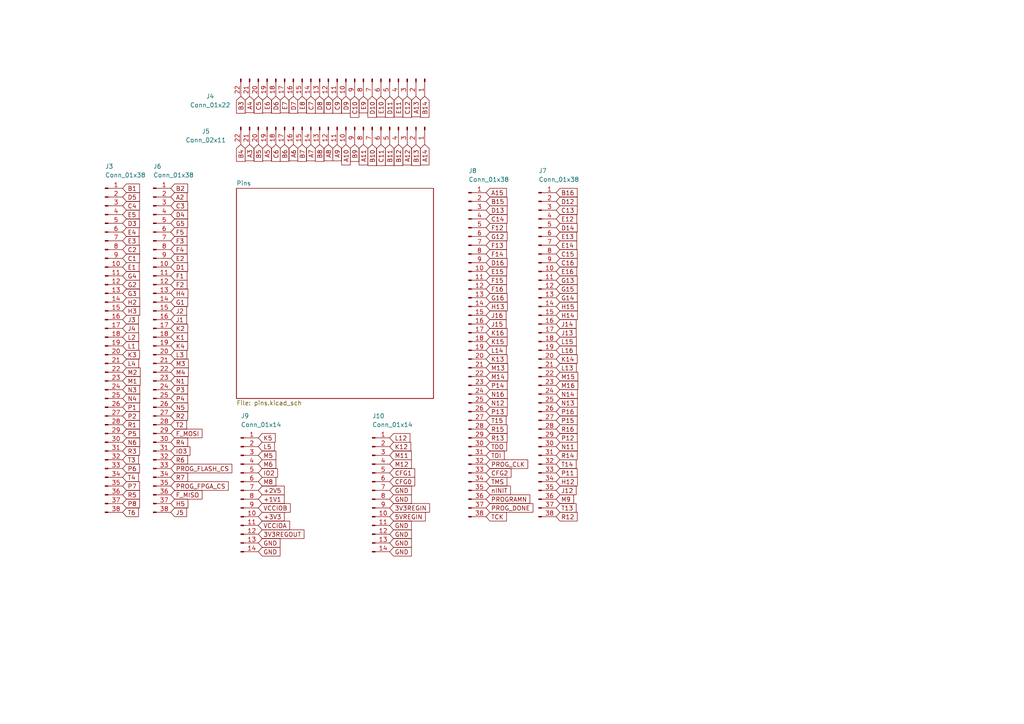
<source format=kicad_sch>
(kicad_sch (version 20230121) (generator eeschema)
  (paper "A4")
  (lib_symbols
    (symbol "Connector:Conn_01x14_Pin" (pin_names (offset 1.016) hide)
      (property "Reference" "J" (at 0 17.78 0))
      (property "Value" "Conn_01x14_Pin" (at 0 -20.32 0))
      (symbol "Conn_01x14_Pin_1_1"
        (polyline (pts (xy 1.27 -17.78) (xy 0.8636 -17.78)) (stroke (width 0.1524)))
        (polyline (pts (xy 1.27 -15.24) (xy 0.8636 -15.24)) (stroke (width 0.1524)))
        (polyline (pts (xy 1.27 -12.7) (xy 0.8636 -12.7)) (stroke (width 0.1524)))
        (polyline (pts (xy 1.27 -10.16) (xy 0.8636 -10.16)) (stroke (width 0.1524)))
        (polyline (pts (xy 1.27 -7.62) (xy 0.8636 -7.62)) (stroke (width 0.1524)))
        (polyline (pts (xy 1.27 -5.08) (xy 0.8636 -5.08)) (stroke (width 0.1524)))
        (polyline (pts (xy 1.27 -2.54) (xy 0.8636 -2.54)) (stroke (width 0.1524)))
        (polyline (pts (xy 1.27 0) (xy 0.8636 0)) (stroke (width 0.1524)))
        (polyline (pts (xy 1.27 2.54) (xy 0.8636 2.54)) (stroke (width 0.1524)))
        (polyline (pts (xy 1.27 5.08) (xy 0.8636 5.08)) (stroke (width 0.1524)))
        (polyline (pts (xy 1.27 7.62) (xy 0.8636 7.62)) (stroke (width 0.1524)))
        (polyline (pts (xy 1.27 10.16) (xy 0.8636 10.16)) (stroke (width 0.1524)))
        (polyline (pts (xy 1.27 12.7) (xy 0.8636 12.7)) (stroke (width 0.1524)))
        (polyline (pts (xy 1.27 15.24) (xy 0.8636 15.24)) (stroke (width 0.1524)))
        (rectangle (start 0.8636 -17.653) (end 0 -17.907) (stroke (width 0.1524)) (fill (type outline)))
        (rectangle (start 0.8636 -15.113) (end 0 -15.367) (stroke (width 0.1524)) (fill (type outline)))
        (rectangle (start 0.8636 -12.573) (end 0 -12.827) (stroke (width 0.1524)) (fill (type outline)))
        (rectangle (start 0.8636 -10.033) (end 0 -10.287) (stroke (width 0.1524)) (fill (type outline)))
        (rectangle (start 0.8636 -7.493) (end 0 -7.747) (stroke (width 0.1524)) (fill (type outline)))
        (rectangle (start 0.8636 -4.953) (end 0 -5.207) (stroke (width 0.1524)) (fill (type outline)))
        (rectangle (start 0.8636 -2.413) (end 0 -2.667) (stroke (width 0.1524)) (fill (type outline)))
        (rectangle (start 0.8636 0.127) (end 0 -0.127) (stroke (width 0.1524)) (fill (type outline)))
        (rectangle (start 0.8636 2.667) (end 0 2.413) (stroke (width 0.1524)) (fill (type outline)))
        (rectangle (start 0.8636 5.207) (end 0 4.953) (stroke (width 0.1524)) (fill (type outline)))
        (rectangle (start 0.8636 7.747) (end 0 7.493) (stroke (width 0.1524)) (fill (type outline)))
        (rectangle (start 0.8636 10.287) (end 0 10.033) (stroke (width 0.1524)) (fill (type outline)))
        (rectangle (start 0.8636 12.827) (end 0 12.573) (stroke (width 0.1524)) (fill (type outline)))
        (rectangle (start 0.8636 15.367) (end 0 15.113) (stroke (width 0.1524)) (fill (type outline)))
        (pin passive line (at 5.08 15.24 180) (length 3.81) (name "Pin_1") (number "1"))
        (pin passive line (at 5.08 -7.62 180) (length 3.81) (name "Pin_10") (number "10"))
        (pin passive line (at 5.08 -10.16 180) (length 3.81) (name "Pin_11") (number "11"))
        (pin passive line (at 5.08 -12.7 180) (length 3.81) (name "Pin_12") (number "12"))
        (pin passive line (at 5.08 -15.24 180) (length 3.81) (name "Pin_13") (number "13"))
        (pin passive line (at 5.08 -17.78 180) (length 3.81) (name "Pin_14") (number "14"))
        (pin passive line (at 5.08 12.7 180) (length 3.81) (name "Pin_2") (number "2"))
        (pin passive line (at 5.08 10.16 180) (length 3.81) (name "Pin_3") (number "3"))
        (pin passive line (at 5.08 7.62 180) (length 3.81) (name "Pin_4") (number "4"))
        (pin passive line (at 5.08 5.08 180) (length 3.81) (name "Pin_5") (number "5"))
        (pin passive line (at 5.08 2.54 180) (length 3.81) (name "Pin_6") (number "6"))
        (pin passive line (at 5.08 0 180) (length 3.81) (name "Pin_7") (number "7"))
        (pin passive line (at 5.08 -2.54 180) (length 3.81) (name "Pin_8") (number "8"))
        (pin passive line (at 5.08 -5.08 180) (length 3.81) (name "Pin_9") (number "9"))
      )
    )
    (symbol "Connector:Conn_01x22_Pin" (pin_names (offset 1.016) hide)
      (property "Reference" "J" (at 0 27.94 0))
      (property "Value" "Conn_01x22_Pin" (at 0 -30.48 0))
      (symbol "Conn_01x22_Pin_1_1"
        (polyline (pts (xy 1.27 -27.94) (xy 0.8636 -27.94)) (stroke (width 0.1524)))
        (polyline (pts (xy 1.27 -25.4) (xy 0.8636 -25.4)) (stroke (width 0.1524)))
        (polyline (pts (xy 1.27 -22.86) (xy 0.8636 -22.86)) (stroke (width 0.1524)))
        (polyline (pts (xy 1.27 -20.32) (xy 0.8636 -20.32)) (stroke (width 0.1524)))
        (polyline (pts (xy 1.27 -17.78) (xy 0.8636 -17.78)) (stroke (width 0.1524)))
        (polyline (pts (xy 1.27 -15.24) (xy 0.8636 -15.24)) (stroke (width 0.1524)))
        (polyline (pts (xy 1.27 -12.7) (xy 0.8636 -12.7)) (stroke (width 0.1524)))
        (polyline (pts (xy 1.27 -10.16) (xy 0.8636 -10.16)) (stroke (width 0.1524)))
        (polyline (pts (xy 1.27 -7.62) (xy 0.8636 -7.62)) (stroke (width 0.1524)))
        (polyline (pts (xy 1.27 -5.08) (xy 0.8636 -5.08)) (stroke (width 0.1524)))
        (polyline (pts (xy 1.27 -2.54) (xy 0.8636 -2.54)) (stroke (width 0.1524)))
        (polyline (pts (xy 1.27 0) (xy 0.8636 0)) (stroke (width 0.1524)))
        (polyline (pts (xy 1.27 2.54) (xy 0.8636 2.54)) (stroke (width 0.1524)))
        (polyline (pts (xy 1.27 5.08) (xy 0.8636 5.08)) (stroke (width 0.1524)))
        (polyline (pts (xy 1.27 7.62) (xy 0.8636 7.62)) (stroke (width 0.1524)))
        (polyline (pts (xy 1.27 10.16) (xy 0.8636 10.16)) (stroke (width 0.1524)))
        (polyline (pts (xy 1.27 12.7) (xy 0.8636 12.7)) (stroke (width 0.1524)))
        (polyline (pts (xy 1.27 15.24) (xy 0.8636 15.24)) (stroke (width 0.1524)))
        (polyline (pts (xy 1.27 17.78) (xy 0.8636 17.78)) (stroke (width 0.1524)))
        (polyline (pts (xy 1.27 20.32) (xy 0.8636 20.32)) (stroke (width 0.1524)))
        (polyline (pts (xy 1.27 22.86) (xy 0.8636 22.86)) (stroke (width 0.1524)))
        (polyline (pts (xy 1.27 25.4) (xy 0.8636 25.4)) (stroke (width 0.1524)))
        (rectangle (start 0.8636 -27.813) (end 0 -28.067) (stroke (width 0.1524)) (fill (type outline)))
        (rectangle (start 0.8636 -25.273) (end 0 -25.527) (stroke (width 0.1524)) (fill (type outline)))
        (rectangle (start 0.8636 -22.733) (end 0 -22.987) (stroke (width 0.1524)) (fill (type outline)))
        (rectangle (start 0.8636 -20.193) (end 0 -20.447) (stroke (width 0.1524)) (fill (type outline)))
        (rectangle (start 0.8636 -17.653) (end 0 -17.907) (stroke (width 0.1524)) (fill (type outline)))
        (rectangle (start 0.8636 -15.113) (end 0 -15.367) (stroke (width 0.1524)) (fill (type outline)))
        (rectangle (start 0.8636 -12.573) (end 0 -12.827) (stroke (width 0.1524)) (fill (type outline)))
        (rectangle (start 0.8636 -10.033) (end 0 -10.287) (stroke (width 0.1524)) (fill (type outline)))
        (rectangle (start 0.8636 -7.493) (end 0 -7.747) (stroke (width 0.1524)) (fill (type outline)))
        (rectangle (start 0.8636 -4.953) (end 0 -5.207) (stroke (width 0.1524)) (fill (type outline)))
        (rectangle (start 0.8636 -2.413) (end 0 -2.667) (stroke (width 0.1524)) (fill (type outline)))
        (rectangle (start 0.8636 0.127) (end 0 -0.127) (stroke (width 0.1524)) (fill (type outline)))
        (rectangle (start 0.8636 2.667) (end 0 2.413) (stroke (width 0.1524)) (fill (type outline)))
        (rectangle (start 0.8636 5.207) (end 0 4.953) (stroke (width 0.1524)) (fill (type outline)))
        (rectangle (start 0.8636 7.747) (end 0 7.493) (stroke (width 0.1524)) (fill (type outline)))
        (rectangle (start 0.8636 10.287) (end 0 10.033) (stroke (width 0.1524)) (fill (type outline)))
        (rectangle (start 0.8636 12.827) (end 0 12.573) (stroke (width 0.1524)) (fill (type outline)))
        (rectangle (start 0.8636 15.367) (end 0 15.113) (stroke (width 0.1524)) (fill (type outline)))
        (rectangle (start 0.8636 17.907) (end 0 17.653) (stroke (width 0.1524)) (fill (type outline)))
        (rectangle (start 0.8636 20.447) (end 0 20.193) (stroke (width 0.1524)) (fill (type outline)))
        (rectangle (start 0.8636 22.987) (end 0 22.733) (stroke (width 0.1524)) (fill (type outline)))
        (rectangle (start 0.8636 25.527) (end 0 25.273) (stroke (width 0.1524)) (fill (type outline)))
        (pin passive line (at 5.08 25.4 180) (length 3.81) (name "Pin_1") (number "1"))
        (pin passive line (at 5.08 2.54 180) (length 3.81) (name "Pin_10") (number "10"))
        (pin passive line (at 5.08 0 180) (length 3.81) (name "Pin_11") (number "11"))
        (pin passive line (at 5.08 -2.54 180) (length 3.81) (name "Pin_12") (number "12"))
        (pin passive line (at 5.08 -5.08 180) (length 3.81) (name "Pin_13") (number "13"))
        (pin passive line (at 5.08 -7.62 180) (length 3.81) (name "Pin_14") (number "14"))
        (pin passive line (at 5.08 -10.16 180) (length 3.81) (name "Pin_15") (number "15"))
        (pin passive line (at 5.08 -12.7 180) (length 3.81) (name "Pin_16") (number "16"))
        (pin passive line (at 5.08 -15.24 180) (length 3.81) (name "Pin_17") (number "17"))
        (pin passive line (at 5.08 -17.78 180) (length 3.81) (name "Pin_18") (number "18"))
        (pin passive line (at 5.08 -20.32 180) (length 3.81) (name "Pin_19") (number "19"))
        (pin passive line (at 5.08 22.86 180) (length 3.81) (name "Pin_2") (number "2"))
        (pin passive line (at 5.08 -22.86 180) (length 3.81) (name "Pin_20") (number "20"))
        (pin passive line (at 5.08 -25.4 180) (length 3.81) (name "Pin_21") (number "21"))
        (pin passive line (at 5.08 -27.94 180) (length 3.81) (name "Pin_22") (number "22"))
        (pin passive line (at 5.08 20.32 180) (length 3.81) (name "Pin_3") (number "3"))
        (pin passive line (at 5.08 17.78 180) (length 3.81) (name "Pin_4") (number "4"))
        (pin passive line (at 5.08 15.24 180) (length 3.81) (name "Pin_5") (number "5"))
        (pin passive line (at 5.08 12.7 180) (length 3.81) (name "Pin_6") (number "6"))
        (pin passive line (at 5.08 10.16 180) (length 3.81) (name "Pin_7") (number "7"))
        (pin passive line (at 5.08 7.62 180) (length 3.81) (name "Pin_8") (number "8"))
        (pin passive line (at 5.08 5.08 180) (length 3.81) (name "Pin_9") (number "9"))
      )
    )
    (symbol "Connector:Conn_01x38_Pin" (pin_names (offset 1.016) hide)
      (property "Reference" "J" (at 0 48.26 0))
      (property "Value" "Conn_01x38_Pin" (at 0 -50.8 0))
      (symbol "Conn_01x38_Pin_1_1"
        (polyline (pts (xy 1.27 -48.26) (xy 0.8636 -48.26)) (stroke (width 0.1524)))
        (polyline (pts (xy 1.27 -45.72) (xy 0.8636 -45.72)) (stroke (width 0.1524)))
        (polyline (pts (xy 1.27 -43.18) (xy 0.8636 -43.18)) (stroke (width 0.1524)))
        (polyline (pts (xy 1.27 -40.64) (xy 0.8636 -40.64)) (stroke (width 0.1524)))
        (polyline (pts (xy 1.27 -38.1) (xy 0.8636 -38.1)) (stroke (width 0.1524)))
        (polyline (pts (xy 1.27 -35.56) (xy 0.8636 -35.56)) (stroke (width 0.1524)))
        (polyline (pts (xy 1.27 -33.02) (xy 0.8636 -33.02)) (stroke (width 0.1524)))
        (polyline (pts (xy 1.27 -30.48) (xy 0.8636 -30.48)) (stroke (width 0.1524)))
        (polyline (pts (xy 1.27 -27.94) (xy 0.8636 -27.94)) (stroke (width 0.1524)))
        (polyline (pts (xy 1.27 -25.4) (xy 0.8636 -25.4)) (stroke (width 0.1524)))
        (polyline (pts (xy 1.27 -22.86) (xy 0.8636 -22.86)) (stroke (width 0.1524)))
        (polyline (pts (xy 1.27 -20.32) (xy 0.8636 -20.32)) (stroke (width 0.1524)))
        (polyline (pts (xy 1.27 -17.78) (xy 0.8636 -17.78)) (stroke (width 0.1524)))
        (polyline (pts (xy 1.27 -15.24) (xy 0.8636 -15.24)) (stroke (width 0.1524)))
        (polyline (pts (xy 1.27 -12.7) (xy 0.8636 -12.7)) (stroke (width 0.1524)))
        (polyline (pts (xy 1.27 -10.16) (xy 0.8636 -10.16)) (stroke (width 0.1524)))
        (polyline (pts (xy 1.27 -7.62) (xy 0.8636 -7.62)) (stroke (width 0.1524)))
        (polyline (pts (xy 1.27 -5.08) (xy 0.8636 -5.08)) (stroke (width 0.1524)))
        (polyline (pts (xy 1.27 -2.54) (xy 0.8636 -2.54)) (stroke (width 0.1524)))
        (polyline (pts (xy 1.27 0) (xy 0.8636 0)) (stroke (width 0.1524)))
        (polyline (pts (xy 1.27 2.54) (xy 0.8636 2.54)) (stroke (width 0.1524)))
        (polyline (pts (xy 1.27 5.08) (xy 0.8636 5.08)) (stroke (width 0.1524)))
        (polyline (pts (xy 1.27 7.62) (xy 0.8636 7.62)) (stroke (width 0.1524)))
        (polyline (pts (xy 1.27 10.16) (xy 0.8636 10.16)) (stroke (width 0.1524)))
        (polyline (pts (xy 1.27 12.7) (xy 0.8636 12.7)) (stroke (width 0.1524)))
        (polyline (pts (xy 1.27 15.24) (xy 0.8636 15.24)) (stroke (width 0.1524)))
        (polyline (pts (xy 1.27 17.78) (xy 0.8636 17.78)) (stroke (width 0.1524)))
        (polyline (pts (xy 1.27 20.32) (xy 0.8636 20.32)) (stroke (width 0.1524)))
        (polyline (pts (xy 1.27 22.86) (xy 0.8636 22.86)) (stroke (width 0.1524)))
        (polyline (pts (xy 1.27 25.4) (xy 0.8636 25.4)) (stroke (width 0.1524)))
        (polyline (pts (xy 1.27 27.94) (xy 0.8636 27.94)) (stroke (width 0.1524)))
        (polyline (pts (xy 1.27 30.48) (xy 0.8636 30.48)) (stroke (width 0.1524)))
        (polyline (pts (xy 1.27 33.02) (xy 0.8636 33.02)) (stroke (width 0.1524)))
        (polyline (pts (xy 1.27 35.56) (xy 0.8636 35.56)) (stroke (width 0.1524)))
        (polyline (pts (xy 1.27 38.1) (xy 0.8636 38.1)) (stroke (width 0.1524)))
        (polyline (pts (xy 1.27 40.64) (xy 0.8636 40.64)) (stroke (width 0.1524)))
        (polyline (pts (xy 1.27 43.18) (xy 0.8636 43.18)) (stroke (width 0.1524)))
        (polyline (pts (xy 1.27 45.72) (xy 0.8636 45.72)) (stroke (width 0.1524)))
        (rectangle (start 0.8636 -48.133) (end 0 -48.387) (stroke (width 0.1524)) (fill (type outline)))
        (rectangle (start 0.8636 -45.593) (end 0 -45.847) (stroke (width 0.1524)) (fill (type outline)))
        (rectangle (start 0.8636 -43.053) (end 0 -43.307) (stroke (width 0.1524)) (fill (type outline)))
        (rectangle (start 0.8636 -40.513) (end 0 -40.767) (stroke (width 0.1524)) (fill (type outline)))
        (rectangle (start 0.8636 -37.973) (end 0 -38.227) (stroke (width 0.1524)) (fill (type outline)))
        (rectangle (start 0.8636 -35.433) (end 0 -35.687) (stroke (width 0.1524)) (fill (type outline)))
        (rectangle (start 0.8636 -32.893) (end 0 -33.147) (stroke (width 0.1524)) (fill (type outline)))
        (rectangle (start 0.8636 -30.353) (end 0 -30.607) (stroke (width 0.1524)) (fill (type outline)))
        (rectangle (start 0.8636 -27.813) (end 0 -28.067) (stroke (width 0.1524)) (fill (type outline)))
        (rectangle (start 0.8636 -25.273) (end 0 -25.527) (stroke (width 0.1524)) (fill (type outline)))
        (rectangle (start 0.8636 -22.733) (end 0 -22.987) (stroke (width 0.1524)) (fill (type outline)))
        (rectangle (start 0.8636 -20.193) (end 0 -20.447) (stroke (width 0.1524)) (fill (type outline)))
        (rectangle (start 0.8636 -17.653) (end 0 -17.907) (stroke (width 0.1524)) (fill (type outline)))
        (rectangle (start 0.8636 -15.113) (end 0 -15.367) (stroke (width 0.1524)) (fill (type outline)))
        (rectangle (start 0.8636 -12.573) (end 0 -12.827) (stroke (width 0.1524)) (fill (type outline)))
        (rectangle (start 0.8636 -10.033) (end 0 -10.287) (stroke (width 0.1524)) (fill (type outline)))
        (rectangle (start 0.8636 -7.493) (end 0 -7.747) (stroke (width 0.1524)) (fill (type outline)))
        (rectangle (start 0.8636 -4.953) (end 0 -5.207) (stroke (width 0.1524)) (fill (type outline)))
        (rectangle (start 0.8636 -2.413) (end 0 -2.667) (stroke (width 0.1524)) (fill (type outline)))
        (rectangle (start 0.8636 0.127) (end 0 -0.127) (stroke (width 0.1524)) (fill (type outline)))
        (rectangle (start 0.8636 2.667) (end 0 2.413) (stroke (width 0.1524)) (fill (type outline)))
        (rectangle (start 0.8636 5.207) (end 0 4.953) (stroke (width 0.1524)) (fill (type outline)))
        (rectangle (start 0.8636 7.747) (end 0 7.493) (stroke (width 0.1524)) (fill (type outline)))
        (rectangle (start 0.8636 10.287) (end 0 10.033) (stroke (width 0.1524)) (fill (type outline)))
        (rectangle (start 0.8636 12.827) (end 0 12.573) (stroke (width 0.1524)) (fill (type outline)))
        (rectangle (start 0.8636 15.367) (end 0 15.113) (stroke (width 0.1524)) (fill (type outline)))
        (rectangle (start 0.8636 17.907) (end 0 17.653) (stroke (width 0.1524)) (fill (type outline)))
        (rectangle (start 0.8636 20.447) (end 0 20.193) (stroke (width 0.1524)) (fill (type outline)))
        (rectangle (start 0.8636 22.987) (end 0 22.733) (stroke (width 0.1524)) (fill (type outline)))
        (rectangle (start 0.8636 25.527) (end 0 25.273) (stroke (width 0.1524)) (fill (type outline)))
        (rectangle (start 0.8636 28.067) (end 0 27.813) (stroke (width 0.1524)) (fill (type outline)))
        (rectangle (start 0.8636 30.607) (end 0 30.353) (stroke (width 0.1524)) (fill (type outline)))
        (rectangle (start 0.8636 33.147) (end 0 32.893) (stroke (width 0.1524)) (fill (type outline)))
        (rectangle (start 0.8636 35.687) (end 0 35.433) (stroke (width 0.1524)) (fill (type outline)))
        (rectangle (start 0.8636 38.227) (end 0 37.973) (stroke (width 0.1524)) (fill (type outline)))
        (rectangle (start 0.8636 40.767) (end 0 40.513) (stroke (width 0.1524)) (fill (type outline)))
        (rectangle (start 0.8636 43.307) (end 0 43.053) (stroke (width 0.1524)) (fill (type outline)))
        (rectangle (start 0.8636 45.847) (end 0 45.593) (stroke (width 0.1524)) (fill (type outline)))
        (pin passive line (at 5.08 45.72 180) (length 3.81) (name "Pin_1") (number "1"))
        (pin passive line (at 5.08 22.86 180) (length 3.81) (name "Pin_10") (number "10"))
        (pin passive line (at 5.08 20.32 180) (length 3.81) (name "Pin_11") (number "11"))
        (pin passive line (at 5.08 17.78 180) (length 3.81) (name "Pin_12") (number "12"))
        (pin passive line (at 5.08 15.24 180) (length 3.81) (name "Pin_13") (number "13"))
        (pin passive line (at 5.08 12.7 180) (length 3.81) (name "Pin_14") (number "14"))
        (pin passive line (at 5.08 10.16 180) (length 3.81) (name "Pin_15") (number "15"))
        (pin passive line (at 5.08 7.62 180) (length 3.81) (name "Pin_16") (number "16"))
        (pin passive line (at 5.08 5.08 180) (length 3.81) (name "Pin_17") (number "17"))
        (pin passive line (at 5.08 2.54 180) (length 3.81) (name "Pin_18") (number "18"))
        (pin passive line (at 5.08 0 180) (length 3.81) (name "Pin_19") (number "19"))
        (pin passive line (at 5.08 43.18 180) (length 3.81) (name "Pin_2") (number "2"))
        (pin passive line (at 5.08 -2.54 180) (length 3.81) (name "Pin_20") (number "20"))
        (pin passive line (at 5.08 -5.08 180) (length 3.81) (name "Pin_21") (number "21"))
        (pin passive line (at 5.08 -7.62 180) (length 3.81) (name "Pin_22") (number "22"))
        (pin passive line (at 5.08 -10.16 180) (length 3.81) (name "Pin_23") (number "23"))
        (pin passive line (at 5.08 -12.7 180) (length 3.81) (name "Pin_24") (number "24"))
        (pin passive line (at 5.08 -15.24 180) (length 3.81) (name "Pin_25") (number "25"))
        (pin passive line (at 5.08 -17.78 180) (length 3.81) (name "Pin_26") (number "26"))
        (pin passive line (at 5.08 -20.32 180) (length 3.81) (name "Pin_27") (number "27"))
        (pin passive line (at 5.08 -22.86 180) (length 3.81) (name "Pin_28") (number "28"))
        (pin passive line (at 5.08 -25.4 180) (length 3.81) (name "Pin_29") (number "29"))
        (pin passive line (at 5.08 40.64 180) (length 3.81) (name "Pin_3") (number "3"))
        (pin passive line (at 5.08 -27.94 180) (length 3.81) (name "Pin_30") (number "30"))
        (pin passive line (at 5.08 -30.48 180) (length 3.81) (name "Pin_31") (number "31"))
        (pin passive line (at 5.08 -33.02 180) (length 3.81) (name "Pin_32") (number "32"))
        (pin passive line (at 5.08 -35.56 180) (length 3.81) (name "Pin_33") (number "33"))
        (pin passive line (at 5.08 -38.1 180) (length 3.81) (name "Pin_34") (number "34"))
        (pin passive line (at 5.08 -40.64 180) (length 3.81) (name "Pin_35") (number "35"))
        (pin passive line (at 5.08 -43.18 180) (length 3.81) (name "Pin_36") (number "36"))
        (pin passive line (at 5.08 -45.72 180) (length 3.81) (name "Pin_37") (number "37"))
        (pin passive line (at 5.08 -48.26 180) (length 3.81) (name "Pin_38") (number "38"))
        (pin passive line (at 5.08 38.1 180) (length 3.81) (name "Pin_4") (number "4"))
        (pin passive line (at 5.08 35.56 180) (length 3.81) (name "Pin_5") (number "5"))
        (pin passive line (at 5.08 33.02 180) (length 3.81) (name "Pin_6") (number "6"))
        (pin passive line (at 5.08 30.48 180) (length 3.81) (name "Pin_7") (number "7"))
        (pin passive line (at 5.08 27.94 180) (length 3.81) (name "Pin_8") (number "8"))
        (pin passive line (at 5.08 25.4 180) (length 3.81) (name "Pin_9") (number "9"))
      )
    )
  )
  (global_label "P8" (shape input) (at 35.56 146.05 0) (property "Intersheetrefs" "${INTERSHEET_REFS}" (effects hide)))
  (global_label "B12" (shape input) (at 115.57 41.91 270) (property "Intersheetrefs" "${INTERSHEET_REFS}" (effects hide)))
  (global_label "M14" (shape input) (at 140.97 109.22 0) (property "Intersheetrefs" "${INTERSHEET_REFS}" (effects hide)))
  (global_label "R16" (shape input) (at 161.29 124.46 0) (property "Intersheetrefs" "${INTERSHEET_REFS}" (effects hide)))
  (global_label "TCK" (shape input) (at 140.97 149.86 0) (property "Intersheetrefs" "${INTERSHEET_REFS}" (effects hide)))
  (global_label "E5" (shape input) (at 35.56 62.23 0) (property "Intersheetrefs" "${INTERSHEET_REFS}" (effects hide)))
  (global_label "A6" (shape input) (at 85.09 41.91 270) (property "Intersheetrefs" "${INTERSHEET_REFS}" (effects hide)))
  (global_label "T15" (shape input) (at 140.97 121.92 0) (property "Intersheetrefs" "${INTERSHEET_REFS}" (effects hide)))
  (global_label "P6" (shape input) (at 35.56 135.89 0) (property "Intersheetrefs" "${INTERSHEET_REFS}" (effects hide)))
  (global_label "N11" (shape input) (at 161.29 129.54 0) (property "Intersheetrefs" "${INTERSHEET_REFS}" (effects hide)))
  (global_label "M2" (shape input) (at 35.56 107.95 0) (property "Intersheetrefs" "${INTERSHEET_REFS}" (effects hide)))
  (global_label "J12" (shape input) (at 161.29 142.24 0) (property "Intersheetrefs" "${INTERSHEET_REFS}" (effects hide)))
  (global_label "+1V1" (shape input) (at 74.93 144.78 0) (property "Intersheetrefs" "${INTERSHEET_REFS}" (effects hide)))
  (global_label "L5" (shape input) (at 74.93 129.54 0) (property "Intersheetrefs" "${INTERSHEET_REFS}" (effects hide)))
  (global_label "F1" (shape input) (at 49.53 80.01 0) (property "Intersheetrefs" "${INTERSHEET_REFS}" (effects hide)))
  (global_label "J14" (shape input) (at 161.29 93.98 0) (property "Intersheetrefs" "${INTERSHEET_REFS}" (effects hide)))
  (global_label "F15" (shape input) (at 140.97 81.28 0) (property "Intersheetrefs" "${INTERSHEET_REFS}" (effects hide)))
  (global_label "M5" (shape input) (at 74.93 132.08 0) (property "Intersheetrefs" "${INTERSHEET_REFS}" (effects hide)))
  (global_label "H13" (shape input) (at 140.97 88.9 0) (property "Intersheetrefs" "${INTERSHEET_REFS}" (effects hide)))
  (global_label "P4" (shape input) (at 49.53 115.57 0) (property "Intersheetrefs" "${INTERSHEET_REFS}" (effects hide)))
  (global_label "VCCIOA" (shape input) (at 74.93 152.4 0) (property "Intersheetrefs" "${INTERSHEET_REFS}" (effects hide)))
  (global_label "A15" (shape input) (at 140.97 55.88 0) (property "Intersheetrefs" "${INTERSHEET_REFS}" (effects hide)))
  (global_label "L4" (shape input) (at 35.56 105.41 0) (property "Intersheetrefs" "${INTERSHEET_REFS}" (effects hide)))
  (global_label "D10" (shape input) (at 107.95 27.94 270) (property "Intersheetrefs" "${INTERSHEET_REFS}" (effects hide)))
  (global_label "P16" (shape input) (at 161.29 119.38 0) (property "Intersheetrefs" "${INTERSHEET_REFS}" (effects hide)))
  (global_label "N4" (shape input) (at 35.56 115.57 0) (property "Intersheetrefs" "${INTERSHEET_REFS}" (effects hide)))
  (global_label "GND" (shape input) (at 113.03 154.94 0) (property "Intersheetrefs" "${INTERSHEET_REFS}" (effects hide)))
  (global_label "J1" (shape input) (at 49.53 92.71 0) (property "Intersheetrefs" "${INTERSHEET_REFS}" (effects hide)))
  (global_label "VCCIOB" (shape input) (at 74.93 147.32 0) (property "Intersheetrefs" "${INTERSHEET_REFS}" (effects hide)))
  (global_label "G1" (shape input) (at 49.53 87.63 0) (property "Intersheetrefs" "${INTERSHEET_REFS}" (effects hide)))
  (global_label "A7" (shape input) (at 90.17 41.91 270) (property "Intersheetrefs" "${INTERSHEET_REFS}" (effects hide)))
  (global_label "C5" (shape input) (at 74.93 27.94 270) (property "Intersheetrefs" "${INTERSHEET_REFS}" (effects hide)))
  (global_label "D11" (shape input) (at 113.03 27.94 270) (property "Intersheetrefs" "${INTERSHEET_REFS}" (effects hide)))
  (global_label "G14" (shape input) (at 161.29 86.36 0) (property "Intersheetrefs" "${INTERSHEET_REFS}" (effects hide)))
  (global_label "D3" (shape input) (at 35.56 64.77 0) (property "Intersheetrefs" "${INTERSHEET_REFS}" (effects hide)))
  (global_label "B15" (shape input) (at 140.97 58.42 0) (property "Intersheetrefs" "${INTERSHEET_REFS}" (effects hide)))
  (global_label "H4" (shape input) (at 49.53 85.09 0) (property "Intersheetrefs" "${INTERSHEET_REFS}" (effects hide)))
  (global_label "L13" (shape input) (at 161.29 106.68 0) (property "Intersheetrefs" "${INTERSHEET_REFS}" (effects hide)))
  (global_label "C15" (shape input) (at 161.29 73.66 0) (property "Intersheetrefs" "${INTERSHEET_REFS}" (effects hide)))
  (global_label "K15" (shape input) (at 140.97 99.06 0) (property "Intersheetrefs" "${INTERSHEET_REFS}" (effects hide)))
  (global_label "GND" (shape input) (at 113.03 144.78 0) (property "Intersheetrefs" "${INTERSHEET_REFS}" (effects hide)))
  (global_label "G2" (shape input) (at 35.56 82.55 0) (property "Intersheetrefs" "${INTERSHEET_REFS}" (effects hide)))
  (global_label "E3" (shape input) (at 35.56 69.85 0) (property "Intersheetrefs" "${INTERSHEET_REFS}" (effects hide)))
  (global_label "E8" (shape input) (at 87.63 27.94 270) (property "Intersheetrefs" "${INTERSHEET_REFS}" (effects hide)))
  (global_label "B9" (shape input) (at 102.87 41.91 270) (property "Intersheetrefs" "${INTERSHEET_REFS}" (effects hide)))
  (global_label "C13" (shape input) (at 161.29 60.96 0) (property "Intersheetrefs" "${INTERSHEET_REFS}" (effects hide)))
  (global_label "F14" (shape input) (at 140.97 73.66 0) (property "Intersheetrefs" "${INTERSHEET_REFS}" (effects hide)))
  (global_label "TMS" (shape input) (at 140.97 139.7 0) (property "Intersheetrefs" "${INTERSHEET_REFS}" (effects hide)))
  (global_label "P5" (shape input) (at 35.56 125.73 0) (property "Intersheetrefs" "${INTERSHEET_REFS}" (effects hide)))
  (global_label "PROG_FLASH_CS" (shape input) (at 49.53 135.89 0) (property "Intersheetrefs" "${INTERSHEET_REFS}" (effects hide)))
  (global_label "P2" (shape input) (at 35.56 120.65 0) (property "Intersheetrefs" "${INTERSHEET_REFS}" (effects hide)))
  (global_label "A8" (shape input) (at 95.25 41.91 270) (property "Intersheetrefs" "${INTERSHEET_REFS}" (effects hide)))
  (global_label "E13" (shape input) (at 161.29 68.58 0) (property "Intersheetrefs" "${INTERSHEET_REFS}" (effects hide)))
  (global_label "R4" (shape input) (at 49.53 128.27 0) (property "Intersheetrefs" "${INTERSHEET_REFS}" (effects hide)))
  (global_label "R15" (shape input) (at 140.97 124.46 0) (property "Intersheetrefs" "${INTERSHEET_REFS}" (effects hide)))
  (global_label "PROGRAMN" (shape input) (at 140.97 144.78 0) (property "Intersheetrefs" "${INTERSHEET_REFS}" (effects hide)))
  (global_label "F13" (shape input) (at 140.97 71.12 0) (property "Intersheetrefs" "${INTERSHEET_REFS}" (effects hide)))
  (global_label "C11" (shape input) (at 110.49 41.91 270) (property "Intersheetrefs" "${INTERSHEET_REFS}" (effects hide)))
  (global_label "E4" (shape input) (at 35.56 67.31 0) (property "Intersheetrefs" "${INTERSHEET_REFS}" (effects hide)))
  (global_label "IO3" (shape input) (at 49.53 130.81 0) (property "Intersheetrefs" "${INTERSHEET_REFS}" (effects hide)))
  (global_label "M4" (shape input) (at 49.53 107.95 0) (property "Intersheetrefs" "${INTERSHEET_REFS}" (effects hide)))
  (global_label "E11" (shape input) (at 115.57 27.94 270) (property "Intersheetrefs" "${INTERSHEET_REFS}" (effects hide)))
  (global_label "P11" (shape input) (at 161.29 137.16 0) (property "Intersheetrefs" "${INTERSHEET_REFS}" (effects hide)))
  (global_label "N14" (shape input) (at 161.29 114.3 0) (property "Intersheetrefs" "${INTERSHEET_REFS}" (effects hide)))
  (global_label "M6" (shape input) (at 74.93 134.62 0) (property "Intersheetrefs" "${INTERSHEET_REFS}" (effects hide)))
  (global_label "L1" (shape input) (at 35.56 100.33 0) (property "Intersheetrefs" "${INTERSHEET_REFS}" (effects hide)))
  (global_label "B1" (shape input) (at 35.56 54.61 0) (property "Intersheetrefs" "${INTERSHEET_REFS}" (effects hide)))
  (global_label "GND" (shape input) (at 74.93 160.02 0) (property "Intersheetrefs" "${INTERSHEET_REFS}" (effects hide)))
  (global_label "M9" (shape input) (at 161.29 144.78 0) (property "Intersheetrefs" "${INTERSHEET_REFS}" (effects hide)))
  (global_label "E9" (shape input) (at 105.41 27.94 270) (property "Intersheetrefs" "${INTERSHEET_REFS}" (effects hide)))
  (global_label "B10" (shape input) (at 107.95 41.91 270) (property "Intersheetrefs" "${INTERSHEET_REFS}" (effects hide)))
  (global_label "B4" (shape input) (at 69.85 41.91 270) (property "Intersheetrefs" "${INTERSHEET_REFS}" (effects hide)))
  (global_label "R12" (shape input) (at 161.29 149.86 0) (property "Intersheetrefs" "${INTERSHEET_REFS}" (effects hide)))
  (global_label "T13" (shape input) (at 161.29 147.32 0) (property "Intersheetrefs" "${INTERSHEET_REFS}" (effects hide)))
  (global_label "A9" (shape input) (at 97.79 41.91 270) (property "Intersheetrefs" "${INTERSHEET_REFS}" (effects hide)))
  (global_label "D6" (shape input) (at 80.01 27.94 270) (property "Intersheetrefs" "${INTERSHEET_REFS}" (effects hide)))
  (global_label "nINIT" (shape input) (at 140.97 142.24 0) (property "Intersheetrefs" "${INTERSHEET_REFS}" (effects hide)))
  (global_label "J2" (shape input) (at 49.53 90.17 0) (property "Intersheetrefs" "${INTERSHEET_REFS}" (effects hide)))
  (global_label "C2" (shape input) (at 35.56 72.39 0) (property "Intersheetrefs" "${INTERSHEET_REFS}" (effects hide)))
  (global_label "F_MOSI" (shape input) (at 49.53 125.73 0) (property "Intersheetrefs" "${INTERSHEET_REFS}" (effects hide)))
  (global_label "M8" (shape input) (at 74.93 139.7 0) (property "Intersheetrefs" "${INTERSHEET_REFS}" (effects hide)))
  (global_label "IO2" (shape input) (at 74.93 137.16 0) (property "Intersheetrefs" "${INTERSHEET_REFS}" (effects hide)))
  (global_label "N5" (shape input) (at 49.53 118.11 0) (property "Intersheetrefs" "${INTERSHEET_REFS}" (effects hide)))
  (global_label "B11" (shape input) (at 113.03 41.91 270) (property "Intersheetrefs" "${INTERSHEET_REFS}" (effects hide)))
  (global_label "F16" (shape input) (at 140.97 83.82 0) (property "Intersheetrefs" "${INTERSHEET_REFS}" (effects hide)))
  (global_label "G3" (shape input) (at 35.56 85.09 0) (property "Intersheetrefs" "${INTERSHEET_REFS}" (effects hide)))
  (global_label "N3" (shape input) (at 35.56 113.03 0) (property "Intersheetrefs" "${INTERSHEET_REFS}" (effects hide)))
  (global_label "T14" (shape input) (at 161.29 134.62 0) (property "Intersheetrefs" "${INTERSHEET_REFS}" (effects hide)))
  (global_label "D14" (shape input) (at 161.29 66.04 0) (property "Intersheetrefs" "${INTERSHEET_REFS}" (effects hide)))
  (global_label "E7" (shape input) (at 82.55 27.94 270) (property "Intersheetrefs" "${INTERSHEET_REFS}" (effects hide)))
  (global_label "GND" (shape input) (at 74.93 157.48 0) (property "Intersheetrefs" "${INTERSHEET_REFS}" (effects hide)))
  (global_label "G13" (shape input) (at 161.29 81.28 0) (property "Intersheetrefs" "${INTERSHEET_REFS}" (effects hide)))
  (global_label "C3" (shape input) (at 49.53 59.69 0) (property "Intersheetrefs" "${INTERSHEET_REFS}" (effects hide)))
  (global_label "E6" (shape input) (at 77.47 27.94 270) (property "Intersheetrefs" "${INTERSHEET_REFS}" (effects hide)))
  (global_label "F3" (shape input) (at 49.53 69.85 0) (property "Intersheetrefs" "${INTERSHEET_REFS}" (effects hide)))
  (global_label "R5" (shape input) (at 35.56 143.51 0) (property "Intersheetrefs" "${INTERSHEET_REFS}" (effects hide)))
  (global_label "J4" (shape input) (at 35.56 95.25 0) (property "Intersheetrefs" "${INTERSHEET_REFS}" (effects hide)))
  (global_label "CFG0" (shape input) (at 113.03 139.7 0) (property "Intersheetrefs" "${INTERSHEET_REFS}" (effects hide)))
  (global_label "M16" (shape input) (at 161.29 111.76 0) (property "Intersheetrefs" "${INTERSHEET_REFS}" (effects hide)))
  (global_label "L2" (shape input) (at 35.56 97.79 0) (property "Intersheetrefs" "${INTERSHEET_REFS}" (effects hide)))
  (global_label "3V3REGIN" (shape input) (at 113.03 147.32 0) (property "Intersheetrefs" "${INTERSHEET_REFS}" (effects hide)))
  (global_label "CFG2" (shape input) (at 140.97 137.16 0) (property "Intersheetrefs" "${INTERSHEET_REFS}" (effects hide)))
  (global_label "C7" (shape input) (at 90.17 27.94 270) (property "Intersheetrefs" "${INTERSHEET_REFS}" (effects hide)))
  (global_label "G4" (shape input) (at 35.56 80.01 0) (property "Intersheetrefs" "${INTERSHEET_REFS}" (effects hide)))
  (global_label "E10" (shape input) (at 110.49 27.94 270) (property "Intersheetrefs" "${INTERSHEET_REFS}" (effects hide)))
  (global_label "K12" (shape input) (at 113.03 129.54 0) (property "Intersheetrefs" "${INTERSHEET_REFS}" (effects hide)))
  (global_label "A11" (shape input) (at 105.41 41.91 270) (property "Intersheetrefs" "${INTERSHEET_REFS}" (effects hide)))
  (global_label "C14" (shape input) (at 140.97 63.5 0) (property "Intersheetrefs" "${INTERSHEET_REFS}" (effects hide)))
  (global_label "P15" (shape input) (at 161.29 121.92 0) (property "Intersheetrefs" "${INTERSHEET_REFS}" (effects hide)))
  (global_label "E1" (shape input) (at 35.56 77.47 0) (property "Intersheetrefs" "${INTERSHEET_REFS}" (effects hide)))
  (global_label "F2" (shape input) (at 49.53 82.55 0) (property "Intersheetrefs" "${INTERSHEET_REFS}" (effects hide)))
  (global_label "A2" (shape input) (at 49.53 57.15 0) (property "Intersheetrefs" "${INTERSHEET_REFS}" (effects hide)))
  (global_label "H15" (shape input) (at 161.29 88.9 0) (property "Intersheetrefs" "${INTERSHEET_REFS}" (effects hide)))
  (global_label "L14" (shape input) (at 140.97 101.6 0) (property "Intersheetrefs" "${INTERSHEET_REFS}" (effects hide)))
  (global_label "T3" (shape input) (at 35.56 133.35 0) (property "Intersheetrefs" "${INTERSHEET_REFS}" (effects hide)))
  (global_label "E12" (shape input) (at 161.29 63.5 0) (property "Intersheetrefs" "${INTERSHEET_REFS}" (effects hide)))
  (global_label "H12" (shape input) (at 161.29 139.7 0) (property "Intersheetrefs" "${INTERSHEET_REFS}" (effects hide)))
  (global_label "J13" (shape input) (at 161.29 96.52 0) (property "Intersheetrefs" "${INTERSHEET_REFS}" (effects hide)))
  (global_label "PROG_CLK" (shape input) (at 140.97 134.62 0) (property "Intersheetrefs" "${INTERSHEET_REFS}" (effects hide)))
  (global_label "P13" (shape input) (at 140.97 119.38 0) (property "Intersheetrefs" "${INTERSHEET_REFS}" (effects hide)))
  (global_label "K13" (shape input) (at 140.97 104.14 0) (property "Intersheetrefs" "${INTERSHEET_REFS}" (effects hide)))
  (global_label "+2V5" (shape input) (at 74.93 142.24 0) (property "Intersheetrefs" "${INTERSHEET_REFS}" (effects hide)))
  (global_label "P12" (shape input) (at 161.29 127 0) (property "Intersheetrefs" "${INTERSHEET_REFS}" (effects hide)))
  (global_label "TDO" (shape input) (at 140.97 129.54 0) (property "Intersheetrefs" "${INTERSHEET_REFS}" (effects hide)))
  (global_label "R3" (shape input) (at 35.56 130.81 0) (property "Intersheetrefs" "${INTERSHEET_REFS}" (effects hide)))
  (global_label "F12" (shape input) (at 140.97 66.04 0) (property "Intersheetrefs" "${INTERSHEET_REFS}" (effects hide)))
  (global_label "C1" (shape input) (at 35.56 74.93 0) (property "Intersheetrefs" "${INTERSHEET_REFS}" (effects hide)))
  (global_label "N1" (shape input) (at 49.53 110.49 0) (property "Intersheetrefs" "${INTERSHEET_REFS}" (effects hide)))
  (global_label "M3" (shape input) (at 49.53 105.41 0) (property "Intersheetrefs" "${INTERSHEET_REFS}" (effects hide)))
  (global_label "B5" (shape input) (at 74.93 41.91 270) (property "Intersheetrefs" "${INTERSHEET_REFS}" (effects hide)))
  (global_label "G5" (shape input) (at 49.53 64.77 0) (property "Intersheetrefs" "${INTERSHEET_REFS}" (effects hide)))
  (global_label "A5" (shape input) (at 77.47 41.91 270) (property "Intersheetrefs" "${INTERSHEET_REFS}" (effects hide)))
  (global_label "A12" (shape input) (at 118.11 41.91 270) (property "Intersheetrefs" "${INTERSHEET_REFS}" (effects hide)))
  (global_label "G15" (shape input) (at 161.29 83.82 0) (property "Intersheetrefs" "${INTERSHEET_REFS}" (effects hide)))
  (global_label "F5" (shape input) (at 49.53 67.31 0) (property "Intersheetrefs" "${INTERSHEET_REFS}" (effects hide)))
  (global_label "C4" (shape input) (at 35.56 59.69 0) (property "Intersheetrefs" "${INTERSHEET_REFS}" (effects hide)))
  (global_label "R14" (shape input) (at 161.29 132.08 0) (property "Intersheetrefs" "${INTERSHEET_REFS}" (effects hide)))
  (global_label "L12" (shape input) (at 113.03 127 0) (property "Intersheetrefs" "${INTERSHEET_REFS}" (effects hide)))
  (global_label "H2" (shape input) (at 35.56 87.63 0) (property "Intersheetrefs" "${INTERSHEET_REFS}" (effects hide)))
  (global_label "H5" (shape input) (at 49.53 146.05 0) (property "Intersheetrefs" "${INTERSHEET_REFS}" (effects hide)))
  (global_label "P3" (shape input) (at 49.53 113.03 0) (property "Intersheetrefs" "${INTERSHEET_REFS}" (effects hide)))
  (global_label "L16" (shape input) (at 161.29 101.6 0) (property "Intersheetrefs" "${INTERSHEET_REFS}" (effects hide)))
  (global_label "K16" (shape input) (at 140.97 96.52 0) (property "Intersheetrefs" "${INTERSHEET_REFS}" (effects hide)))
  (global_label "J3" (shape input) (at 35.56 92.71 0) (property "Intersheetrefs" "${INTERSHEET_REFS}" (effects hide)))
  (global_label "M1" (shape input) (at 35.56 110.49 0) (property "Intersheetrefs" "${INTERSHEET_REFS}" (effects hide)))
  (global_label "M15" (shape input) (at 161.29 109.22 0) (property "Intersheetrefs" "${INTERSHEET_REFS}" (effects hide)))
  (global_label "B8" (shape input) (at 92.71 41.91 270) (property "Intersheetrefs" "${INTERSHEET_REFS}" (effects hide)))
  (global_label "R7" (shape input) (at 49.53 138.43 0) (property "Intersheetrefs" "${INTERSHEET_REFS}" (effects hide)))
  (global_label "G16" (shape input) (at 140.97 86.36 0) (property "Intersheetrefs" "${INTERSHEET_REFS}" (effects hide)))
  (global_label "P7" (shape input) (at 35.56 140.97 0) (property "Intersheetrefs" "${INTERSHEET_REFS}" (effects hide)))
  (global_label "C16" (shape input) (at 161.29 76.2 0) (property "Intersheetrefs" "${INTERSHEET_REFS}" (effects hide)))
  (global_label "D16" (shape input) (at 140.97 76.2 0) (property "Intersheetrefs" "${INTERSHEET_REFS}" (effects hide)))
  (global_label "N12" (shape input) (at 140.97 116.84 0) (property "Intersheetrefs" "${INTERSHEET_REFS}" (effects hide)))
  (global_label "J15" (shape input) (at 140.97 93.98 0) (property "Intersheetrefs" "${INTERSHEET_REFS}" (effects hide)))
  (global_label "M13" (shape input) (at 140.97 106.68 0) (property "Intersheetrefs" "${INTERSHEET_REFS}" (effects hide)))
  (global_label "J16" (shape input) (at 140.97 91.44 0) (property "Intersheetrefs" "${INTERSHEET_REFS}" (effects hide)))
  (global_label "F_MISO" (shape input) (at 49.53 143.51 0) (property "Intersheetrefs" "${INTERSHEET_REFS}" (effects hide)))
  (global_label "5VREGIN" (shape input) (at 113.03 149.86 0) (property "Intersheetrefs" "${INTERSHEET_REFS}" (effects hide)))
  (global_label "H3" (shape input) (at 35.56 90.17 0) (property "Intersheetrefs" "${INTERSHEET_REFS}" (effects hide)))
  (global_label "E14" (shape input) (at 161.29 71.12 0) (property "Intersheetrefs" "${INTERSHEET_REFS}" (effects hide)))
  (global_label "A14" (shape input) (at 123.19 41.91 270) (property "Intersheetrefs" "${INTERSHEET_REFS}" (effects hide)))
  (global_label "L3" (shape input) (at 49.53 102.87 0) (property "Intersheetrefs" "${INTERSHEET_REFS}" (effects hide)))
  (global_label "B7" (shape input) (at 87.63 41.91 270) (property "Intersheetrefs" "${INTERSHEET_REFS}" (effects hide)))
  (global_label "H14" (shape input) (at 161.29 91.44 0) (property "Intersheetrefs" "${INTERSHEET_REFS}" (effects hide)))
  (global_label "A10" (shape input) (at 100.33 41.91 270) (property "Intersheetrefs" "${INTERSHEET_REFS}" (effects hide)))
  (global_label "J5" (shape input) (at 49.53 148.59 0) (property "Intersheetrefs" "${INTERSHEET_REFS}" (effects hide)))
  (global_label "P1" (shape input) (at 35.56 118.11 0) (property "Intersheetrefs" "${INTERSHEET_REFS}" (effects hide)))
  (global_label "L15" (shape input) (at 161.29 99.06 0) (property "Intersheetrefs" "${INTERSHEET_REFS}" (effects hide)))
  (global_label "M12" (shape input) (at 113.03 134.62 0) (property "Intersheetrefs" "${INTERSHEET_REFS}" (effects hide)))
  (global_label "B14" (shape input) (at 123.19 27.94 270) (property "Intersheetrefs" "${INTERSHEET_REFS}" (effects hide)))
  (global_label "PROG_FPGA_CS" (shape input) (at 49.53 140.97 0) (property "Intersheetrefs" "${INTERSHEET_REFS}" (effects hide)))
  (global_label "GND" (shape input) (at 113.03 157.48 0) (property "Intersheetrefs" "${INTERSHEET_REFS}" (effects hide)))
  (global_label "D9" (shape input) (at 100.33 27.94 270) (property "Intersheetrefs" "${INTERSHEET_REFS}" (effects hide)))
  (global_label "B13" (shape input) (at 120.65 41.91 270) (property "Intersheetrefs" "${INTERSHEET_REFS}" (effects hide)))
  (global_label "T6" (shape input) (at 35.56 148.59 0) (property "Intersheetrefs" "${INTERSHEET_REFS}" (effects hide)))
  (global_label "A3" (shape input) (at 72.39 41.91 270) (property "Intersheetrefs" "${INTERSHEET_REFS}" (effects hide)))
  (global_label "C12" (shape input) (at 118.11 27.94 270) (property "Intersheetrefs" "${INTERSHEET_REFS}" (effects hide)))
  (global_label "K3" (shape input) (at 35.56 102.87 0) (property "Intersheetrefs" "${INTERSHEET_REFS}" (effects hide)))
  (global_label "C8" (shape input) (at 95.25 27.94 270) (property "Intersheetrefs" "${INTERSHEET_REFS}" (effects hide)))
  (global_label "CFG1" (shape input) (at 113.03 137.16 0) (property "Intersheetrefs" "${INTERSHEET_REFS}" (effects hide)))
  (global_label "R6" (shape input) (at 49.53 133.35 0) (property "Intersheetrefs" "${INTERSHEET_REFS}" (effects hide)))
  (global_label "N13" (shape input) (at 161.29 116.84 0) (property "Intersheetrefs" "${INTERSHEET_REFS}" (effects hide)))
  (global_label "+3V3" (shape input) (at 74.93 149.86 0) (property "Intersheetrefs" "${INTERSHEET_REFS}" (effects hide)))
  (global_label "GND" (shape input) (at 113.03 142.24 0) (property "Intersheetrefs" "${INTERSHEET_REFS}" (effects hide)))
  (global_label "TDI" (shape input) (at 140.97 132.08 0) (property "Intersheetrefs" "${INTERSHEET_REFS}" (effects hide)))
  (global_label "D1" (shape input) (at 49.53 77.47 0) (property "Intersheetrefs" "${INTERSHEET_REFS}" (effects hide)))
  (global_label "K1" (shape input) (at 49.53 97.79 0) (property "Intersheetrefs" "${INTERSHEET_REFS}" (effects hide)))
  (global_label "D13" (shape input) (at 140.97 60.96 0) (property "Intersheetrefs" "${INTERSHEET_REFS}" (effects hide)))
  (global_label "D8" (shape input) (at 92.71 27.94 270) (property "Intersheetrefs" "${INTERSHEET_REFS}" (effects hide)))
  (global_label "F4" (shape input) (at 49.53 72.39 0) (property "Intersheetrefs" "${INTERSHEET_REFS}" (effects hide)))
  (global_label "D12" (shape input) (at 161.29 58.42 0) (property "Intersheetrefs" "${INTERSHEET_REFS}" (effects hide)))
  (global_label "R13" (shape input) (at 140.97 127 0) (property "Intersheetrefs" "${INTERSHEET_REFS}" (effects hide)))
  (global_label "D5" (shape input) (at 35.56 57.15 0) (property "Intersheetrefs" "${INTERSHEET_REFS}" (effects hide)))
  (global_label "E16" (shape input) (at 161.29 78.74 0) (property "Intersheetrefs" "${INTERSHEET_REFS}" (effects hide)))
  (global_label "K2" (shape input) (at 49.53 95.25 0) (property "Intersheetrefs" "${INTERSHEET_REFS}" (effects hide)))
  (global_label "A4" (shape input) (at 72.39 27.94 270) (property "Intersheetrefs" "${INTERSHEET_REFS}" (effects hide)))
  (global_label "C6" (shape input) (at 80.01 41.91 270) (property "Intersheetrefs" "${INTERSHEET_REFS}" (effects hide)))
  (global_label "B6" (shape input) (at 82.55 41.91 270) (property "Intersheetrefs" "${INTERSHEET_REFS}" (effects hide)))
  (global_label "C10" (shape input) (at 102.87 27.94 270) (property "Intersheetrefs" "${INTERSHEET_REFS}" (effects hide)))
  (global_label "R1" (shape input) (at 35.56 123.19 0) (property "Intersheetrefs" "${INTERSHEET_REFS}" (effects hide)))
  (global_label "K14" (shape input) (at 161.29 104.14 0) (property "Intersheetrefs" "${INTERSHEET_REFS}" (effects hide)))
  (global_label "T2" (shape input) (at 49.53 123.19 0) (property "Intersheetrefs" "${INTERSHEET_REFS}" (effects hide)))
  (global_label "N6" (shape input) (at 35.56 128.27 0) (property "Intersheetrefs" "${INTERSHEET_REFS}" (effects hide)))
  (global_label "B3" (shape input) (at 69.85 27.94 270) (property "Intersheetrefs" "${INTERSHEET_REFS}" (effects hide)))
  (global_label "M11" (shape input) (at 113.03 132.08 0) (property "Intersheetrefs" "${INTERSHEET_REFS}" (effects hide)))
  (global_label "3V3REGOUT" (shape input) (at 74.93 154.94 0) (property "Intersheetrefs" "${INTERSHEET_REFS}" (effects hide)))
  (global_label "N16" (shape input) (at 140.97 114.3 0) (property "Intersheetrefs" "${INTERSHEET_REFS}" (effects hide)))
  (global_label "R2" (shape input) (at 49.53 120.65 0) (property "Intersheetrefs" "${INTERSHEET_REFS}" (effects hide)))
  (global_label "PROG_DONE" (shape input) (at 140.97 147.32 0) (property "Intersheetrefs" "${INTERSHEET_REFS}" (effects hide)))
  (global_label "E2" (shape input) (at 49.53 74.93 0) (property "Intersheetrefs" "${INTERSHEET_REFS}" (effects hide)))
  (global_label "B16" (shape input) (at 161.29 55.88 0) (property "Intersheetrefs" "${INTERSHEET_REFS}" (effects hide)))
  (global_label "D7" (shape input) (at 85.09 27.94 270) (property "Intersheetrefs" "${INTERSHEET_REFS}" (effects hide)))
  (global_label "GND" (shape input) (at 113.03 160.02 0) (property "Intersheetrefs" "${INTERSHEET_REFS}" (effects hide)))
  (global_label "E15" (shape input) (at 140.97 78.74 0) (property "Intersheetrefs" "${INTERSHEET_REFS}" (effects hide)))
  (global_label "T4" (shape input) (at 35.56 138.43 0) (property "Intersheetrefs" "${INTERSHEET_REFS}" (effects hide)))
  (global_label "A13" (shape input) (at 120.65 27.94 270) (property "Intersheetrefs" "${INTERSHEET_REFS}" (effects hide)))
  (global_label "G12" (shape input) (at 140.97 68.58 0) (property "Intersheetrefs" "${INTERSHEET_REFS}" (effects hide)))
  (global_label "GND" (shape input) (at 113.03 152.4 0) (property "Intersheetrefs" "${INTERSHEET_REFS}" (effects hide)))
  (global_label "K5" (shape input) (at 74.93 127 0) (property "Intersheetrefs" "${INTERSHEET_REFS}" (effects hide)))
  (global_label "K4" (shape input) (at 49.53 100.33 0) (property "Intersheetrefs" "${INTERSHEET_REFS}" (effects hide)))
  (global_label "D4" (shape input) (at 49.53 62.23 0) (property "Intersheetrefs" "${INTERSHEET_REFS}" (effects hide)))
  (global_label "C9" (shape input) (at 97.79 27.94 270) (property "Intersheetrefs" "${INTERSHEET_REFS}" (effects hide)))
  (global_label "B2" (shape input) (at 49.53 54.61 0) (property "Intersheetrefs" "${INTERSHEET_REFS}" (effects hide)))
  (global_label "P14" (shape input) (at 140.97 111.76 0) (property "Intersheetrefs" "${INTERSHEET_REFS}" (effects hide)))
  (symbol (lib_id "Connector:Conn_01x22_Pin") (at 97.79 22.86 270) (unit 1)
    (property "Reference" "J4" (at 60.96 27.94 90))
    (property "Value" "Conn_01x22" (at 60.96 30.48 90))
    (property "Footprint" "Connector_PinHeader_1.27mm:PinHeader_1x22_P1.27mm_Vertical" (effects hide))
  )
  (symbol (lib_id "Connector:Conn_01x38_Pin") (at 30.48 100.33 0) (unit 1)
    (property "Reference" "J3" (at 30.48 48.26 0) (effects (justify left)))
    (property "Value" "Conn_01x38" (at 30.48 50.8 0) (effects (justify left)))
    (property "Footprint" "Connector_PinHeader_1.27mm:PinHeader_1x38_P1.27mm_Vertical" (effects hide))
  )
  (symbol (lib_id "Connector:Conn_01x38_Pin") (at 44.45 100.33 0) (unit 1)
    (property "Reference" "J6" (at 44.45 48.26 0) (effects (justify left)))
    (property "Value" "Conn_01x38" (at 44.45 50.8 0) (effects (justify left)))
    (property "Footprint" "Connector_PinHeader_2.54mm:PinHeader_2x19_P2.54mm_Vertical" (effects hide))
  )
  (symbol (lib_id "Connector:Conn_01x14_Pin") (at 69.85 142.24 0) (unit 1)
    (property "Reference" "J9" (at 69.85 120.65 0) (effects (justify left)))
    (property "Value" "Conn_01x14" (at 69.85 123.19 0) (effects (justify left)))
    (property "Footprint" "Connector_PinHeader_2.54mm:PinHeader_2x07_P2.54mm_Vertical" (effects hide))
  )
  (symbol (lib_id "Connector:Conn_01x38_Pin") (at 156.21 101.6 0) (unit 1)
    (property "Reference" "J7" (at 156.21 49.53 0) (effects (justify left)))
    (property "Value" "Conn_01x38" (at 156.21 52.07 0) (effects (justify left)))
    (property "Footprint" "Connector_PinHeader_1.27mm:PinHeader_1x38_P1.27mm_Vertical" (effects hide))
  )
  (symbol (lib_id "Connector:Conn_01x38_Pin") (at 135.89 101.6 0) (unit 1)
    (property "Reference" "J8" (at 135.89 49.53 0) (effects (justify left)))
    (property "Value" "Conn_01x38" (at 135.89 52.07 0) (effects (justify left)))
    (property "Footprint" "Connector_PinHeader_2.54mm:PinHeader_2x19_P2.54mm_Vertical" (effects hide))
  )
  (symbol (lib_id "Connector:Conn_01x22_Pin") (at 97.79 36.83 270) (unit 1)
    (property "Reference" "J5" (at 59.69 38.1 90))
    (property "Value" "Conn_02x11" (at 59.69 40.64 90))
    (property "Footprint" "Connector_PinHeader_2.54mm:PinHeader_2x11_P2.54mm_Vertical" (effects hide))
  )
  (symbol (lib_id "Connector:Conn_01x14_Pin") (at 107.95 142.24 0) (unit 1)
    (property "Reference" "J10" (at 107.95 120.65 0) (effects (justify left)))
    (property "Value" "Conn_01x14" (at 107.95 123.19 0) (effects (justify left)))
    (property "Footprint" "Connector_PinHeader_2.54mm:PinHeader_2x07_P2.54mm_Vertical" (effects hide))
  )
  (sheet (at 68.58 54.61) (size 57.15 60.96) (stroke (width 0.1524))
    (property "Sheetname" "Pins" (at 68.58 53.8984 0) (effects (justify left bottom)))
    (property "Sheetfile" "pins.kicad_sch" (at 68.58 116.1546 0) (effects (justify left top)))
  )
)
</source>
